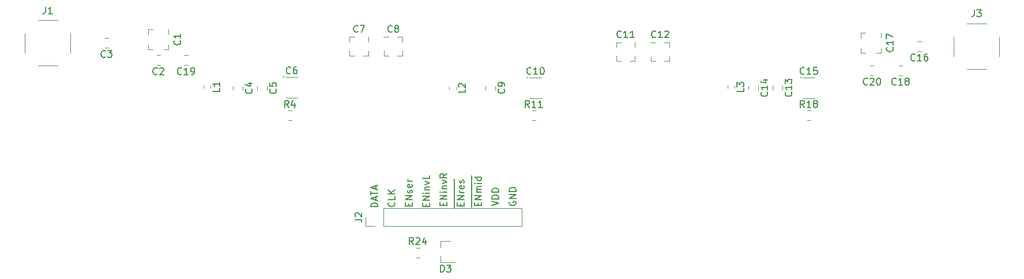
<source format=gbr>
G04 #@! TF.GenerationSoftware,KiCad,Pcbnew,5.0.2-bee76a0~70~ubuntu18.04.1*
G04 #@! TF.CreationDate,2019-03-15T15:47:03+02:00*
G04 #@! TF.ProjectId,bandpass_filter_design,62616e64-7061-4737-935f-66696c746572,rev?*
G04 #@! TF.SameCoordinates,Original*
G04 #@! TF.FileFunction,Legend,Top*
G04 #@! TF.FilePolarity,Positive*
%FSLAX46Y46*%
G04 Gerber Fmt 4.6, Leading zero omitted, Abs format (unit mm)*
G04 Created by KiCad (PCBNEW 5.0.2-bee76a0~70~ubuntu18.04.1) date Fri 15 Mar 2019 03:47:03 PM EET*
%MOMM*%
%LPD*%
G01*
G04 APERTURE LIST*
%ADD10C,0.200000*%
%ADD11C,0.060000*%
%ADD12C,0.120000*%
%ADD13C,0.150000*%
G04 APERTURE END LIST*
D10*
X139962000Y-104647904D02*
X139914380Y-104743142D01*
X139914380Y-104886000D01*
X139962000Y-105028857D01*
X140057238Y-105124095D01*
X140152476Y-105171714D01*
X140342952Y-105219333D01*
X140485809Y-105219333D01*
X140676285Y-105171714D01*
X140771523Y-105124095D01*
X140866761Y-105028857D01*
X140914380Y-104886000D01*
X140914380Y-104790761D01*
X140866761Y-104647904D01*
X140819142Y-104600285D01*
X140485809Y-104600285D01*
X140485809Y-104790761D01*
X140914380Y-104171714D02*
X139914380Y-104171714D01*
X140914380Y-103600285D01*
X139914380Y-103600285D01*
X140914380Y-103124095D02*
X139914380Y-103124095D01*
X139914380Y-102886000D01*
X139962000Y-102743142D01*
X140057238Y-102647904D01*
X140152476Y-102600285D01*
X140342952Y-102552666D01*
X140485809Y-102552666D01*
X140676285Y-102600285D01*
X140771523Y-102647904D01*
X140866761Y-102743142D01*
X140914380Y-102886000D01*
X140914380Y-103124095D01*
X137374380Y-105219333D02*
X138374380Y-104886000D01*
X137374380Y-104552666D01*
X138374380Y-104219333D02*
X137374380Y-104219333D01*
X137374380Y-103981238D01*
X137422000Y-103838380D01*
X137517238Y-103743142D01*
X137612476Y-103695523D01*
X137802952Y-103647904D01*
X137945809Y-103647904D01*
X138136285Y-103695523D01*
X138231523Y-103743142D01*
X138326761Y-103838380D01*
X138374380Y-103981238D01*
X138374380Y-104219333D01*
X138374380Y-103219333D02*
X137374380Y-103219333D01*
X137374380Y-102981238D01*
X137422000Y-102838380D01*
X137517238Y-102743142D01*
X137612476Y-102695523D01*
X137802952Y-102647904D01*
X137945809Y-102647904D01*
X138136285Y-102695523D01*
X138231523Y-102743142D01*
X138326761Y-102838380D01*
X138374380Y-102981238D01*
X138374380Y-103219333D01*
X134402000Y-105457333D02*
X134402000Y-104552571D01*
X135310571Y-105219238D02*
X135310571Y-104885904D01*
X135834380Y-104743047D02*
X135834380Y-105219238D01*
X134834380Y-105219238D01*
X134834380Y-104743047D01*
X134402000Y-104552571D02*
X134402000Y-103504952D01*
X135834380Y-104314476D02*
X134834380Y-104314476D01*
X135834380Y-103743047D01*
X134834380Y-103743047D01*
X134402000Y-103504952D02*
X134402000Y-102171619D01*
X135834380Y-103266857D02*
X135167714Y-103266857D01*
X135262952Y-103266857D02*
X135215333Y-103219238D01*
X135167714Y-103124000D01*
X135167714Y-102981142D01*
X135215333Y-102885904D01*
X135310571Y-102838285D01*
X135834380Y-102838285D01*
X135310571Y-102838285D02*
X135215333Y-102790666D01*
X135167714Y-102695428D01*
X135167714Y-102552571D01*
X135215333Y-102457333D01*
X135310571Y-102409714D01*
X135834380Y-102409714D01*
X134402000Y-102171619D02*
X134402000Y-101695428D01*
X135834380Y-101933523D02*
X135167714Y-101933523D01*
X134834380Y-101933523D02*
X134882000Y-101981142D01*
X134929619Y-101933523D01*
X134882000Y-101885904D01*
X134834380Y-101933523D01*
X134929619Y-101933523D01*
X134402000Y-101695428D02*
X134402000Y-100790666D01*
X135834380Y-101028761D02*
X134834380Y-101028761D01*
X135786761Y-101028761D02*
X135834380Y-101124000D01*
X135834380Y-101314476D01*
X135786761Y-101409714D01*
X135739142Y-101457333D01*
X135643904Y-101504952D01*
X135358190Y-101504952D01*
X135262952Y-101457333D01*
X135215333Y-101409714D01*
X135167714Y-101314476D01*
X135167714Y-101124000D01*
X135215333Y-101028761D01*
X131862000Y-105497047D02*
X131862000Y-104592285D01*
X132770571Y-105258952D02*
X132770571Y-104925619D01*
X133294380Y-104782761D02*
X133294380Y-105258952D01*
X132294380Y-105258952D01*
X132294380Y-104782761D01*
X131862000Y-104592285D02*
X131862000Y-103544666D01*
X133294380Y-104354190D02*
X132294380Y-104354190D01*
X133294380Y-103782761D01*
X132294380Y-103782761D01*
X131862000Y-103544666D02*
X131862000Y-102925619D01*
X133294380Y-103306571D02*
X132627714Y-103306571D01*
X132818190Y-103306571D02*
X132722952Y-103258952D01*
X132675333Y-103211333D01*
X132627714Y-103116095D01*
X132627714Y-103020857D01*
X131862000Y-102925619D02*
X131862000Y-102068476D01*
X133246761Y-102306571D02*
X133294380Y-102401809D01*
X133294380Y-102592285D01*
X133246761Y-102687523D01*
X133151523Y-102735142D01*
X132770571Y-102735142D01*
X132675333Y-102687523D01*
X132627714Y-102592285D01*
X132627714Y-102401809D01*
X132675333Y-102306571D01*
X132770571Y-102258952D01*
X132865809Y-102258952D01*
X132961047Y-102735142D01*
X131862000Y-102068476D02*
X131862000Y-101258952D01*
X133246761Y-101878000D02*
X133294380Y-101782761D01*
X133294380Y-101592285D01*
X133246761Y-101497047D01*
X133151523Y-101449428D01*
X133103904Y-101449428D01*
X133008666Y-101497047D01*
X132961047Y-101592285D01*
X132961047Y-101735142D01*
X132913428Y-101830380D01*
X132818190Y-101878000D01*
X132770571Y-101878000D01*
X132675333Y-101830380D01*
X132627714Y-101735142D01*
X132627714Y-101592285D01*
X132675333Y-101497047D01*
X130230571Y-105179523D02*
X130230571Y-104846190D01*
X130754380Y-104703333D02*
X130754380Y-105179523D01*
X129754380Y-105179523D01*
X129754380Y-104703333D01*
X130754380Y-104274761D02*
X129754380Y-104274761D01*
X130754380Y-103703333D01*
X129754380Y-103703333D01*
X130754380Y-103227142D02*
X130087714Y-103227142D01*
X129754380Y-103227142D02*
X129802000Y-103274761D01*
X129849619Y-103227142D01*
X129802000Y-103179523D01*
X129754380Y-103227142D01*
X129849619Y-103227142D01*
X130087714Y-102750952D02*
X130754380Y-102750952D01*
X130182952Y-102750952D02*
X130135333Y-102703333D01*
X130087714Y-102608095D01*
X130087714Y-102465238D01*
X130135333Y-102370000D01*
X130230571Y-102322380D01*
X130754380Y-102322380D01*
X130087714Y-101941428D02*
X130754380Y-101703333D01*
X130087714Y-101465238D01*
X130754380Y-100512857D02*
X130278190Y-100846190D01*
X130754380Y-101084285D02*
X129754380Y-101084285D01*
X129754380Y-100703333D01*
X129802000Y-100608095D01*
X129849619Y-100560476D01*
X129944857Y-100512857D01*
X130087714Y-100512857D01*
X130182952Y-100560476D01*
X130230571Y-100608095D01*
X130278190Y-100703333D01*
X130278190Y-101084285D01*
X127690571Y-105338285D02*
X127690571Y-105004952D01*
X128214380Y-104862095D02*
X128214380Y-105338285D01*
X127214380Y-105338285D01*
X127214380Y-104862095D01*
X128214380Y-104433523D02*
X127214380Y-104433523D01*
X128214380Y-103862095D01*
X127214380Y-103862095D01*
X128214380Y-103385904D02*
X127547714Y-103385904D01*
X127214380Y-103385904D02*
X127262000Y-103433523D01*
X127309619Y-103385904D01*
X127262000Y-103338285D01*
X127214380Y-103385904D01*
X127309619Y-103385904D01*
X127547714Y-102909714D02*
X128214380Y-102909714D01*
X127642952Y-102909714D02*
X127595333Y-102862095D01*
X127547714Y-102766857D01*
X127547714Y-102624000D01*
X127595333Y-102528761D01*
X127690571Y-102481142D01*
X128214380Y-102481142D01*
X127547714Y-102100190D02*
X128214380Y-101862095D01*
X127547714Y-101624000D01*
X128214380Y-100766857D02*
X128214380Y-101243047D01*
X127214380Y-101243047D01*
X125150571Y-105258952D02*
X125150571Y-104925619D01*
X125674380Y-104782761D02*
X125674380Y-105258952D01*
X124674380Y-105258952D01*
X124674380Y-104782761D01*
X125674380Y-104354190D02*
X124674380Y-104354190D01*
X125674380Y-103782761D01*
X124674380Y-103782761D01*
X125626761Y-103354190D02*
X125674380Y-103258952D01*
X125674380Y-103068476D01*
X125626761Y-102973238D01*
X125531523Y-102925619D01*
X125483904Y-102925619D01*
X125388666Y-102973238D01*
X125341047Y-103068476D01*
X125341047Y-103211333D01*
X125293428Y-103306571D01*
X125198190Y-103354190D01*
X125150571Y-103354190D01*
X125055333Y-103306571D01*
X125007714Y-103211333D01*
X125007714Y-103068476D01*
X125055333Y-102973238D01*
X125626761Y-102116095D02*
X125674380Y-102211333D01*
X125674380Y-102401809D01*
X125626761Y-102497047D01*
X125531523Y-102544666D01*
X125150571Y-102544666D01*
X125055333Y-102497047D01*
X125007714Y-102401809D01*
X125007714Y-102211333D01*
X125055333Y-102116095D01*
X125150571Y-102068476D01*
X125245809Y-102068476D01*
X125341047Y-102544666D01*
X125674380Y-101639904D02*
X125007714Y-101639904D01*
X125198190Y-101639904D02*
X125102952Y-101592285D01*
X125055333Y-101544666D01*
X125007714Y-101449428D01*
X125007714Y-101354190D01*
X123039142Y-104735238D02*
X123086761Y-104782857D01*
X123134380Y-104925714D01*
X123134380Y-105020952D01*
X123086761Y-105163809D01*
X122991523Y-105259047D01*
X122896285Y-105306666D01*
X122705809Y-105354285D01*
X122562952Y-105354285D01*
X122372476Y-105306666D01*
X122277238Y-105259047D01*
X122182000Y-105163809D01*
X122134380Y-105020952D01*
X122134380Y-104925714D01*
X122182000Y-104782857D01*
X122229619Y-104735238D01*
X123134380Y-103830476D02*
X123134380Y-104306666D01*
X122134380Y-104306666D01*
X123134380Y-103497142D02*
X122134380Y-103497142D01*
X123134380Y-102925714D02*
X122562952Y-103354285D01*
X122134380Y-102925714D02*
X122705809Y-103497142D01*
X120594380Y-105386000D02*
X119594380Y-105386000D01*
X119594380Y-105147904D01*
X119642000Y-105005047D01*
X119737238Y-104909809D01*
X119832476Y-104862190D01*
X120022952Y-104814571D01*
X120165809Y-104814571D01*
X120356285Y-104862190D01*
X120451523Y-104909809D01*
X120546761Y-105005047D01*
X120594380Y-105147904D01*
X120594380Y-105386000D01*
X120308666Y-104433619D02*
X120308666Y-103957428D01*
X120594380Y-104528857D02*
X119594380Y-104195523D01*
X120594380Y-103862190D01*
X119594380Y-103671714D02*
X119594380Y-103100285D01*
X120594380Y-103386000D02*
X119594380Y-103386000D01*
X120308666Y-102814571D02*
X120308666Y-102338380D01*
X120594380Y-102909809D02*
X119594380Y-102576476D01*
X120594380Y-102243142D01*
D11*
G04 #@! TO.C,C15*
X182794900Y-86372700D02*
G75*
G03X182794900Y-86372700I-80000J0D01*
G01*
D12*
X183016000Y-89444000D02*
X184776000Y-89444000D01*
X184776000Y-86374000D02*
X183016000Y-86374000D01*
D11*
G04 #@! TO.C,C10*
X142662900Y-86372700D02*
G75*
G03X142662900Y-86372700I-80000J0D01*
G01*
D12*
X142884000Y-89444000D02*
X144644000Y-89444000D01*
X144644000Y-86374000D02*
X142884000Y-86374000D01*
D11*
G04 #@! TO.C,C6*
X106878900Y-86306700D02*
G75*
G03X106878900Y-86306700I-80000J0D01*
G01*
D12*
X107100000Y-89378000D02*
X108860000Y-89378000D01*
X108860000Y-86308000D02*
X107100000Y-86308000D01*
G04 #@! TO.C,J1*
X68781000Y-79830000D02*
X68781000Y-82730000D01*
X75491000Y-79830000D02*
X75491000Y-82730000D01*
X70686000Y-84635000D02*
X73586000Y-84635000D01*
X70686000Y-77925000D02*
X73586000Y-77925000D01*
G04 #@! TO.C,J3*
X211889000Y-83238000D02*
X211889000Y-80338000D01*
X205179000Y-83238000D02*
X205179000Y-80338000D01*
X209984000Y-78433000D02*
X207084000Y-78433000D01*
X209984000Y-85143000D02*
X207084000Y-85143000D01*
G04 #@! TO.C,C11*
X158384900Y-83196600D02*
X158384900Y-83921600D01*
X158384900Y-83921600D02*
X157659900Y-83921600D01*
X155629000Y-81928800D02*
X155629000Y-81203800D01*
X155629000Y-81203800D02*
X156354000Y-81203800D01*
X155629000Y-83196600D02*
X155629000Y-83921600D01*
X155629000Y-83921600D02*
X156354000Y-83921600D01*
X158384900Y-81889600D02*
X158384900Y-81164600D01*
G04 #@! TO.C,C1*
X89890600Y-79973000D02*
X89890600Y-79248000D01*
X86893400Y-82245200D02*
X87618400Y-82245200D01*
X86893400Y-81520200D02*
X86893400Y-82245200D01*
X86893400Y-79273400D02*
X87618400Y-79273400D01*
X86893400Y-79998400D02*
X86893400Y-79273400D01*
X89879000Y-82245200D02*
X89154000Y-82245200D01*
X89879000Y-81520200D02*
X89879000Y-82245200D01*
G04 #@! TO.C,C2*
X88653252Y-84530000D02*
X88130748Y-84530000D01*
X88653252Y-83110000D02*
X88130748Y-83110000D01*
G04 #@! TO.C,C3*
X81042252Y-80570000D02*
X80519748Y-80570000D01*
X81042252Y-81990000D02*
X80519748Y-81990000D01*
G04 #@! TO.C,C4*
X100786000Y-87631748D02*
X100786000Y-88154252D01*
X99366000Y-87631748D02*
X99366000Y-88154252D01*
G04 #@! TO.C,C5*
X102922000Y-87631748D02*
X102922000Y-88154252D01*
X104342000Y-87631748D02*
X104342000Y-88154252D01*
G04 #@! TO.C,C7*
X119240300Y-81102200D02*
X119240300Y-80377200D01*
X116484400Y-83134200D02*
X117209400Y-83134200D01*
X116484400Y-82409200D02*
X116484400Y-83134200D01*
X116484400Y-80416400D02*
X117209400Y-80416400D01*
X116484400Y-81141400D02*
X116484400Y-80416400D01*
X119240300Y-83134200D02*
X118515300Y-83134200D01*
X119240300Y-82409200D02*
X119240300Y-83134200D01*
G04 #@! TO.C,C8*
X123506400Y-80403700D02*
X124231400Y-80403700D01*
X124231400Y-80403700D02*
X124231400Y-81128700D01*
X122238600Y-83159600D02*
X121513600Y-83159600D01*
X121513600Y-83159600D02*
X121513600Y-82434600D01*
X123506400Y-83159600D02*
X124231400Y-83159600D01*
X124231400Y-83159600D02*
X124231400Y-82434600D01*
X122199400Y-80403700D02*
X121474400Y-80403700D01*
G04 #@! TO.C,C9*
X136450000Y-87622748D02*
X136450000Y-88145252D01*
X137870000Y-87622748D02*
X137870000Y-88145252D01*
G04 #@! TO.C,C12*
X161394800Y-81191100D02*
X160669800Y-81191100D01*
X163426800Y-83947000D02*
X163426800Y-83222000D01*
X162701800Y-83947000D02*
X163426800Y-83947000D01*
X160709000Y-83947000D02*
X160709000Y-83222000D01*
X161434000Y-83947000D02*
X160709000Y-83947000D01*
X163426800Y-81191100D02*
X163426800Y-81916100D01*
X162701800Y-81191100D02*
X163426800Y-81191100D01*
G04 #@! TO.C,C13*
X178614000Y-87613748D02*
X178614000Y-88136252D01*
X180034000Y-87613748D02*
X180034000Y-88136252D01*
G04 #@! TO.C,C14*
X176478000Y-87613748D02*
X176478000Y-88136252D01*
X175058000Y-87613748D02*
X175058000Y-88136252D01*
G04 #@! TO.C,C16*
X200404252Y-81078000D02*
X199881748Y-81078000D01*
X200404252Y-82498000D02*
X199881748Y-82498000D01*
G04 #@! TO.C,C17*
X194527000Y-82028200D02*
X194527000Y-82753200D01*
X194527000Y-82753200D02*
X193802000Y-82753200D01*
X191541400Y-80506400D02*
X191541400Y-79781400D01*
X191541400Y-79781400D02*
X192266400Y-79781400D01*
X191541400Y-82028200D02*
X191541400Y-82753200D01*
X191541400Y-82753200D02*
X192266400Y-82753200D01*
X194538600Y-80481000D02*
X194538600Y-79756000D01*
G04 #@! TO.C,C18*
X197628252Y-84634000D02*
X197105748Y-84634000D01*
X197628252Y-86054000D02*
X197105748Y-86054000D01*
G04 #@! TO.C,J2*
X141792000Y-108264000D02*
X141792000Y-105604000D01*
X121412000Y-108264000D02*
X141792000Y-108264000D01*
X121412000Y-105604000D02*
X141792000Y-105604000D01*
X121412000Y-108264000D02*
X121412000Y-105604000D01*
X120142000Y-108264000D02*
X118812000Y-108264000D01*
X118812000Y-108264000D02*
X118812000Y-106934000D01*
G04 #@! TO.C,L1*
X96014000Y-87571733D02*
X96014000Y-87914267D01*
X94994000Y-87571733D02*
X94994000Y-87914267D01*
G04 #@! TO.C,L2*
X132082000Y-87712733D02*
X132082000Y-88055267D01*
X131062000Y-87712733D02*
X131062000Y-88055267D01*
G04 #@! TO.C,L3*
X172976000Y-87599733D02*
X172976000Y-87942267D01*
X171956000Y-87599733D02*
X171956000Y-87942267D01*
G04 #@! TO.C,R4*
X107443748Y-91238000D02*
X107966252Y-91238000D01*
X107443748Y-92658000D02*
X107966252Y-92658000D01*
G04 #@! TO.C,R11*
X143257748Y-92658000D02*
X143780252Y-92658000D01*
X143257748Y-91238000D02*
X143780252Y-91238000D01*
G04 #@! TO.C,R18*
X183643748Y-91238000D02*
X184166252Y-91238000D01*
X183643748Y-92658000D02*
X184166252Y-92658000D01*
G04 #@! TO.C,C19*
X92708252Y-84530000D02*
X92185748Y-84530000D01*
X92708252Y-83110000D02*
X92185748Y-83110000D01*
G04 #@! TO.C,C20*
X193444652Y-84634000D02*
X192922148Y-84634000D01*
X193444652Y-86054000D02*
X192922148Y-86054000D01*
G04 #@! TO.C,D3*
X129796000Y-110434000D02*
X131256000Y-110434000D01*
X129796000Y-113594000D02*
X131956000Y-113594000D01*
X129796000Y-113594000D02*
X129796000Y-112664000D01*
X129796000Y-110434000D02*
X129796000Y-111364000D01*
G04 #@! TO.C,R24*
X126230748Y-112851000D02*
X126753252Y-112851000D01*
X126230748Y-111431000D02*
X126753252Y-111431000D01*
G04 #@! TO.C,C15*
D13*
X183253142Y-85791142D02*
X183205523Y-85838761D01*
X183062666Y-85886380D01*
X182967428Y-85886380D01*
X182824571Y-85838761D01*
X182729333Y-85743523D01*
X182681714Y-85648285D01*
X182634095Y-85457809D01*
X182634095Y-85314952D01*
X182681714Y-85124476D01*
X182729333Y-85029238D01*
X182824571Y-84934000D01*
X182967428Y-84886380D01*
X183062666Y-84886380D01*
X183205523Y-84934000D01*
X183253142Y-84981619D01*
X184205523Y-85886380D02*
X183634095Y-85886380D01*
X183919809Y-85886380D02*
X183919809Y-84886380D01*
X183824571Y-85029238D01*
X183729333Y-85124476D01*
X183634095Y-85172095D01*
X185110285Y-84886380D02*
X184634095Y-84886380D01*
X184586476Y-85362571D01*
X184634095Y-85314952D01*
X184729333Y-85267333D01*
X184967428Y-85267333D01*
X185062666Y-85314952D01*
X185110285Y-85362571D01*
X185157904Y-85457809D01*
X185157904Y-85695904D01*
X185110285Y-85791142D01*
X185062666Y-85838761D01*
X184967428Y-85886380D01*
X184729333Y-85886380D01*
X184634095Y-85838761D01*
X184586476Y-85791142D01*
G04 #@! TO.C,C10*
X143121142Y-85791142D02*
X143073523Y-85838761D01*
X142930666Y-85886380D01*
X142835428Y-85886380D01*
X142692571Y-85838761D01*
X142597333Y-85743523D01*
X142549714Y-85648285D01*
X142502095Y-85457809D01*
X142502095Y-85314952D01*
X142549714Y-85124476D01*
X142597333Y-85029238D01*
X142692571Y-84934000D01*
X142835428Y-84886380D01*
X142930666Y-84886380D01*
X143073523Y-84934000D01*
X143121142Y-84981619D01*
X144073523Y-85886380D02*
X143502095Y-85886380D01*
X143787809Y-85886380D02*
X143787809Y-84886380D01*
X143692571Y-85029238D01*
X143597333Y-85124476D01*
X143502095Y-85172095D01*
X144692571Y-84886380D02*
X144787809Y-84886380D01*
X144883047Y-84934000D01*
X144930666Y-84981619D01*
X144978285Y-85076857D01*
X145025904Y-85267333D01*
X145025904Y-85505428D01*
X144978285Y-85695904D01*
X144930666Y-85791142D01*
X144883047Y-85838761D01*
X144787809Y-85886380D01*
X144692571Y-85886380D01*
X144597333Y-85838761D01*
X144549714Y-85791142D01*
X144502095Y-85695904D01*
X144454476Y-85505428D01*
X144454476Y-85267333D01*
X144502095Y-85076857D01*
X144549714Y-84981619D01*
X144597333Y-84934000D01*
X144692571Y-84886380D01*
G04 #@! TO.C,C6*
X107813333Y-85725142D02*
X107765714Y-85772761D01*
X107622857Y-85820380D01*
X107527619Y-85820380D01*
X107384761Y-85772761D01*
X107289523Y-85677523D01*
X107241904Y-85582285D01*
X107194285Y-85391809D01*
X107194285Y-85248952D01*
X107241904Y-85058476D01*
X107289523Y-84963238D01*
X107384761Y-84868000D01*
X107527619Y-84820380D01*
X107622857Y-84820380D01*
X107765714Y-84868000D01*
X107813333Y-84915619D01*
X108670476Y-84820380D02*
X108480000Y-84820380D01*
X108384761Y-84868000D01*
X108337142Y-84915619D01*
X108241904Y-85058476D01*
X108194285Y-85248952D01*
X108194285Y-85629904D01*
X108241904Y-85725142D01*
X108289523Y-85772761D01*
X108384761Y-85820380D01*
X108575238Y-85820380D01*
X108670476Y-85772761D01*
X108718095Y-85725142D01*
X108765714Y-85629904D01*
X108765714Y-85391809D01*
X108718095Y-85296571D01*
X108670476Y-85248952D01*
X108575238Y-85201333D01*
X108384761Y-85201333D01*
X108289523Y-85248952D01*
X108241904Y-85296571D01*
X108194285Y-85391809D01*
G04 #@! TO.C,J1*
X71802666Y-75982380D02*
X71802666Y-76696666D01*
X71755047Y-76839523D01*
X71659809Y-76934761D01*
X71516952Y-76982380D01*
X71421714Y-76982380D01*
X72802666Y-76982380D02*
X72231238Y-76982380D01*
X72516952Y-76982380D02*
X72516952Y-75982380D01*
X72421714Y-76125238D01*
X72326476Y-76220476D01*
X72231238Y-76268095D01*
G04 #@! TO.C,J3*
X208200666Y-76414380D02*
X208200666Y-77128666D01*
X208153047Y-77271523D01*
X208057809Y-77366761D01*
X207914952Y-77414380D01*
X207819714Y-77414380D01*
X208581619Y-76414380D02*
X209200666Y-76414380D01*
X208867333Y-76795333D01*
X209010190Y-76795333D01*
X209105428Y-76842952D01*
X209153047Y-76890571D01*
X209200666Y-76985809D01*
X209200666Y-77223904D01*
X209153047Y-77319142D01*
X209105428Y-77366761D01*
X209010190Y-77414380D01*
X208724476Y-77414380D01*
X208629238Y-77366761D01*
X208581619Y-77319142D01*
G04 #@! TO.C,C11*
X156357742Y-80392542D02*
X156310123Y-80440161D01*
X156167266Y-80487780D01*
X156072028Y-80487780D01*
X155929171Y-80440161D01*
X155833933Y-80344923D01*
X155786314Y-80249685D01*
X155738695Y-80059209D01*
X155738695Y-79916352D01*
X155786314Y-79725876D01*
X155833933Y-79630638D01*
X155929171Y-79535400D01*
X156072028Y-79487780D01*
X156167266Y-79487780D01*
X156310123Y-79535400D01*
X156357742Y-79583019D01*
X157310123Y-80487780D02*
X156738695Y-80487780D01*
X157024409Y-80487780D02*
X157024409Y-79487780D01*
X156929171Y-79630638D01*
X156833933Y-79725876D01*
X156738695Y-79773495D01*
X158262504Y-80487780D02*
X157691076Y-80487780D01*
X157976790Y-80487780D02*
X157976790Y-79487780D01*
X157881552Y-79630638D01*
X157786314Y-79725876D01*
X157691076Y-79773495D01*
G04 #@! TO.C,C1*
X91569142Y-80938666D02*
X91616761Y-80986285D01*
X91664380Y-81129142D01*
X91664380Y-81224380D01*
X91616761Y-81367238D01*
X91521523Y-81462476D01*
X91426285Y-81510095D01*
X91235809Y-81557714D01*
X91092952Y-81557714D01*
X90902476Y-81510095D01*
X90807238Y-81462476D01*
X90712000Y-81367238D01*
X90664380Y-81224380D01*
X90664380Y-81129142D01*
X90712000Y-80986285D01*
X90759619Y-80938666D01*
X91664380Y-79986285D02*
X91664380Y-80557714D01*
X91664380Y-80272000D02*
X90664380Y-80272000D01*
X90807238Y-80367238D01*
X90902476Y-80462476D01*
X90950095Y-80557714D01*
G04 #@! TO.C,C2*
X88225333Y-85827142D02*
X88177714Y-85874761D01*
X88034857Y-85922380D01*
X87939619Y-85922380D01*
X87796761Y-85874761D01*
X87701523Y-85779523D01*
X87653904Y-85684285D01*
X87606285Y-85493809D01*
X87606285Y-85350952D01*
X87653904Y-85160476D01*
X87701523Y-85065238D01*
X87796761Y-84970000D01*
X87939619Y-84922380D01*
X88034857Y-84922380D01*
X88177714Y-84970000D01*
X88225333Y-85017619D01*
X88606285Y-85017619D02*
X88653904Y-84970000D01*
X88749142Y-84922380D01*
X88987238Y-84922380D01*
X89082476Y-84970000D01*
X89130095Y-85017619D01*
X89177714Y-85112857D01*
X89177714Y-85208095D01*
X89130095Y-85350952D01*
X88558666Y-85922380D01*
X89177714Y-85922380D01*
G04 #@! TO.C,C3*
X80614333Y-83287142D02*
X80566714Y-83334761D01*
X80423857Y-83382380D01*
X80328619Y-83382380D01*
X80185761Y-83334761D01*
X80090523Y-83239523D01*
X80042904Y-83144285D01*
X79995285Y-82953809D01*
X79995285Y-82810952D01*
X80042904Y-82620476D01*
X80090523Y-82525238D01*
X80185761Y-82430000D01*
X80328619Y-82382380D01*
X80423857Y-82382380D01*
X80566714Y-82430000D01*
X80614333Y-82477619D01*
X80947666Y-82382380D02*
X81566714Y-82382380D01*
X81233380Y-82763333D01*
X81376238Y-82763333D01*
X81471476Y-82810952D01*
X81519095Y-82858571D01*
X81566714Y-82953809D01*
X81566714Y-83191904D01*
X81519095Y-83287142D01*
X81471476Y-83334761D01*
X81376238Y-83382380D01*
X81090523Y-83382380D01*
X80995285Y-83334761D01*
X80947666Y-83287142D01*
G04 #@! TO.C,C4*
X102083142Y-88059666D02*
X102130761Y-88107285D01*
X102178380Y-88250142D01*
X102178380Y-88345380D01*
X102130761Y-88488238D01*
X102035523Y-88583476D01*
X101940285Y-88631095D01*
X101749809Y-88678714D01*
X101606952Y-88678714D01*
X101416476Y-88631095D01*
X101321238Y-88583476D01*
X101226000Y-88488238D01*
X101178380Y-88345380D01*
X101178380Y-88250142D01*
X101226000Y-88107285D01*
X101273619Y-88059666D01*
X101511714Y-87202523D02*
X102178380Y-87202523D01*
X101130761Y-87440619D02*
X101845047Y-87678714D01*
X101845047Y-87059666D01*
G04 #@! TO.C,C5*
X105639142Y-88059666D02*
X105686761Y-88107285D01*
X105734380Y-88250142D01*
X105734380Y-88345380D01*
X105686761Y-88488238D01*
X105591523Y-88583476D01*
X105496285Y-88631095D01*
X105305809Y-88678714D01*
X105162952Y-88678714D01*
X104972476Y-88631095D01*
X104877238Y-88583476D01*
X104782000Y-88488238D01*
X104734380Y-88345380D01*
X104734380Y-88250142D01*
X104782000Y-88107285D01*
X104829619Y-88059666D01*
X104734380Y-87154904D02*
X104734380Y-87631095D01*
X105210571Y-87678714D01*
X105162952Y-87631095D01*
X105115333Y-87535857D01*
X105115333Y-87297761D01*
X105162952Y-87202523D01*
X105210571Y-87154904D01*
X105305809Y-87107285D01*
X105543904Y-87107285D01*
X105639142Y-87154904D01*
X105686761Y-87202523D01*
X105734380Y-87297761D01*
X105734380Y-87535857D01*
X105686761Y-87631095D01*
X105639142Y-87678714D01*
G04 #@! TO.C,C7*
X117689333Y-79605142D02*
X117641714Y-79652761D01*
X117498857Y-79700380D01*
X117403619Y-79700380D01*
X117260761Y-79652761D01*
X117165523Y-79557523D01*
X117117904Y-79462285D01*
X117070285Y-79271809D01*
X117070285Y-79128952D01*
X117117904Y-78938476D01*
X117165523Y-78843238D01*
X117260761Y-78748000D01*
X117403619Y-78700380D01*
X117498857Y-78700380D01*
X117641714Y-78748000D01*
X117689333Y-78795619D01*
X118022666Y-78700380D02*
X118689333Y-78700380D01*
X118260761Y-79700380D01*
G04 #@! TO.C,C8*
X122718533Y-79605142D02*
X122670914Y-79652761D01*
X122528057Y-79700380D01*
X122432819Y-79700380D01*
X122289961Y-79652761D01*
X122194723Y-79557523D01*
X122147104Y-79462285D01*
X122099485Y-79271809D01*
X122099485Y-79128952D01*
X122147104Y-78938476D01*
X122194723Y-78843238D01*
X122289961Y-78748000D01*
X122432819Y-78700380D01*
X122528057Y-78700380D01*
X122670914Y-78748000D01*
X122718533Y-78795619D01*
X123289961Y-79128952D02*
X123194723Y-79081333D01*
X123147104Y-79033714D01*
X123099485Y-78938476D01*
X123099485Y-78890857D01*
X123147104Y-78795619D01*
X123194723Y-78748000D01*
X123289961Y-78700380D01*
X123480438Y-78700380D01*
X123575676Y-78748000D01*
X123623295Y-78795619D01*
X123670914Y-78890857D01*
X123670914Y-78938476D01*
X123623295Y-79033714D01*
X123575676Y-79081333D01*
X123480438Y-79128952D01*
X123289961Y-79128952D01*
X123194723Y-79176571D01*
X123147104Y-79224190D01*
X123099485Y-79319428D01*
X123099485Y-79509904D01*
X123147104Y-79605142D01*
X123194723Y-79652761D01*
X123289961Y-79700380D01*
X123480438Y-79700380D01*
X123575676Y-79652761D01*
X123623295Y-79605142D01*
X123670914Y-79509904D01*
X123670914Y-79319428D01*
X123623295Y-79224190D01*
X123575676Y-79176571D01*
X123480438Y-79128952D01*
G04 #@! TO.C,C9*
X139167142Y-88050666D02*
X139214761Y-88098285D01*
X139262380Y-88241142D01*
X139262380Y-88336380D01*
X139214761Y-88479238D01*
X139119523Y-88574476D01*
X139024285Y-88622095D01*
X138833809Y-88669714D01*
X138690952Y-88669714D01*
X138500476Y-88622095D01*
X138405238Y-88574476D01*
X138310000Y-88479238D01*
X138262380Y-88336380D01*
X138262380Y-88241142D01*
X138310000Y-88098285D01*
X138357619Y-88050666D01*
X139262380Y-87574476D02*
X139262380Y-87384000D01*
X139214761Y-87288761D01*
X139167142Y-87241142D01*
X139024285Y-87145904D01*
X138833809Y-87098285D01*
X138452857Y-87098285D01*
X138357619Y-87145904D01*
X138310000Y-87193523D01*
X138262380Y-87288761D01*
X138262380Y-87479238D01*
X138310000Y-87574476D01*
X138357619Y-87622095D01*
X138452857Y-87669714D01*
X138690952Y-87669714D01*
X138786190Y-87622095D01*
X138833809Y-87574476D01*
X138881428Y-87479238D01*
X138881428Y-87288761D01*
X138833809Y-87193523D01*
X138786190Y-87145904D01*
X138690952Y-87098285D01*
G04 #@! TO.C,C12*
X161437742Y-80392542D02*
X161390123Y-80440161D01*
X161247266Y-80487780D01*
X161152028Y-80487780D01*
X161009171Y-80440161D01*
X160913933Y-80344923D01*
X160866314Y-80249685D01*
X160818695Y-80059209D01*
X160818695Y-79916352D01*
X160866314Y-79725876D01*
X160913933Y-79630638D01*
X161009171Y-79535400D01*
X161152028Y-79487780D01*
X161247266Y-79487780D01*
X161390123Y-79535400D01*
X161437742Y-79583019D01*
X162390123Y-80487780D02*
X161818695Y-80487780D01*
X162104409Y-80487780D02*
X162104409Y-79487780D01*
X162009171Y-79630638D01*
X161913933Y-79725876D01*
X161818695Y-79773495D01*
X162771076Y-79583019D02*
X162818695Y-79535400D01*
X162913933Y-79487780D01*
X163152028Y-79487780D01*
X163247266Y-79535400D01*
X163294885Y-79583019D01*
X163342504Y-79678257D01*
X163342504Y-79773495D01*
X163294885Y-79916352D01*
X162723457Y-80487780D01*
X163342504Y-80487780D01*
G04 #@! TO.C,C13*
X181331142Y-88517857D02*
X181378761Y-88565476D01*
X181426380Y-88708333D01*
X181426380Y-88803571D01*
X181378761Y-88946428D01*
X181283523Y-89041666D01*
X181188285Y-89089285D01*
X180997809Y-89136904D01*
X180854952Y-89136904D01*
X180664476Y-89089285D01*
X180569238Y-89041666D01*
X180474000Y-88946428D01*
X180426380Y-88803571D01*
X180426380Y-88708333D01*
X180474000Y-88565476D01*
X180521619Y-88517857D01*
X181426380Y-87565476D02*
X181426380Y-88136904D01*
X181426380Y-87851190D02*
X180426380Y-87851190D01*
X180569238Y-87946428D01*
X180664476Y-88041666D01*
X180712095Y-88136904D01*
X180426380Y-87232142D02*
X180426380Y-86613095D01*
X180807333Y-86946428D01*
X180807333Y-86803571D01*
X180854952Y-86708333D01*
X180902571Y-86660714D01*
X180997809Y-86613095D01*
X181235904Y-86613095D01*
X181331142Y-86660714D01*
X181378761Y-86708333D01*
X181426380Y-86803571D01*
X181426380Y-87089285D01*
X181378761Y-87184523D01*
X181331142Y-87232142D01*
G04 #@! TO.C,C14*
X177775142Y-88517857D02*
X177822761Y-88565476D01*
X177870380Y-88708333D01*
X177870380Y-88803571D01*
X177822761Y-88946428D01*
X177727523Y-89041666D01*
X177632285Y-89089285D01*
X177441809Y-89136904D01*
X177298952Y-89136904D01*
X177108476Y-89089285D01*
X177013238Y-89041666D01*
X176918000Y-88946428D01*
X176870380Y-88803571D01*
X176870380Y-88708333D01*
X176918000Y-88565476D01*
X176965619Y-88517857D01*
X177870380Y-87565476D02*
X177870380Y-88136904D01*
X177870380Y-87851190D02*
X176870380Y-87851190D01*
X177013238Y-87946428D01*
X177108476Y-88041666D01*
X177156095Y-88136904D01*
X177203714Y-86708333D02*
X177870380Y-86708333D01*
X176822761Y-86946428D02*
X177537047Y-87184523D01*
X177537047Y-86565476D01*
G04 #@! TO.C,C16*
X199500142Y-83795142D02*
X199452523Y-83842761D01*
X199309666Y-83890380D01*
X199214428Y-83890380D01*
X199071571Y-83842761D01*
X198976333Y-83747523D01*
X198928714Y-83652285D01*
X198881095Y-83461809D01*
X198881095Y-83318952D01*
X198928714Y-83128476D01*
X198976333Y-83033238D01*
X199071571Y-82938000D01*
X199214428Y-82890380D01*
X199309666Y-82890380D01*
X199452523Y-82938000D01*
X199500142Y-82985619D01*
X200452523Y-83890380D02*
X199881095Y-83890380D01*
X200166809Y-83890380D02*
X200166809Y-82890380D01*
X200071571Y-83033238D01*
X199976333Y-83128476D01*
X199881095Y-83176095D01*
X201309666Y-82890380D02*
X201119190Y-82890380D01*
X201023952Y-82938000D01*
X200976333Y-82985619D01*
X200881095Y-83128476D01*
X200833476Y-83318952D01*
X200833476Y-83699904D01*
X200881095Y-83795142D01*
X200928714Y-83842761D01*
X201023952Y-83890380D01*
X201214428Y-83890380D01*
X201309666Y-83842761D01*
X201357285Y-83795142D01*
X201404904Y-83699904D01*
X201404904Y-83461809D01*
X201357285Y-83366571D01*
X201309666Y-83318952D01*
X201214428Y-83271333D01*
X201023952Y-83271333D01*
X200928714Y-83318952D01*
X200881095Y-83366571D01*
X200833476Y-83461809D01*
G04 #@! TO.C,C17*
X196217142Y-81922857D02*
X196264761Y-81970476D01*
X196312380Y-82113333D01*
X196312380Y-82208571D01*
X196264761Y-82351428D01*
X196169523Y-82446666D01*
X196074285Y-82494285D01*
X195883809Y-82541904D01*
X195740952Y-82541904D01*
X195550476Y-82494285D01*
X195455238Y-82446666D01*
X195360000Y-82351428D01*
X195312380Y-82208571D01*
X195312380Y-82113333D01*
X195360000Y-81970476D01*
X195407619Y-81922857D01*
X196312380Y-80970476D02*
X196312380Y-81541904D01*
X196312380Y-81256190D02*
X195312380Y-81256190D01*
X195455238Y-81351428D01*
X195550476Y-81446666D01*
X195598095Y-81541904D01*
X195312380Y-80637142D02*
X195312380Y-79970476D01*
X196312380Y-80399047D01*
G04 #@! TO.C,C18*
X196724142Y-87351142D02*
X196676523Y-87398761D01*
X196533666Y-87446380D01*
X196438428Y-87446380D01*
X196295571Y-87398761D01*
X196200333Y-87303523D01*
X196152714Y-87208285D01*
X196105095Y-87017809D01*
X196105095Y-86874952D01*
X196152714Y-86684476D01*
X196200333Y-86589238D01*
X196295571Y-86494000D01*
X196438428Y-86446380D01*
X196533666Y-86446380D01*
X196676523Y-86494000D01*
X196724142Y-86541619D01*
X197676523Y-87446380D02*
X197105095Y-87446380D01*
X197390809Y-87446380D02*
X197390809Y-86446380D01*
X197295571Y-86589238D01*
X197200333Y-86684476D01*
X197105095Y-86732095D01*
X198247952Y-86874952D02*
X198152714Y-86827333D01*
X198105095Y-86779714D01*
X198057476Y-86684476D01*
X198057476Y-86636857D01*
X198105095Y-86541619D01*
X198152714Y-86494000D01*
X198247952Y-86446380D01*
X198438428Y-86446380D01*
X198533666Y-86494000D01*
X198581285Y-86541619D01*
X198628904Y-86636857D01*
X198628904Y-86684476D01*
X198581285Y-86779714D01*
X198533666Y-86827333D01*
X198438428Y-86874952D01*
X198247952Y-86874952D01*
X198152714Y-86922571D01*
X198105095Y-86970190D01*
X198057476Y-87065428D01*
X198057476Y-87255904D01*
X198105095Y-87351142D01*
X198152714Y-87398761D01*
X198247952Y-87446380D01*
X198438428Y-87446380D01*
X198533666Y-87398761D01*
X198581285Y-87351142D01*
X198628904Y-87255904D01*
X198628904Y-87065428D01*
X198581285Y-86970190D01*
X198533666Y-86922571D01*
X198438428Y-86874952D01*
G04 #@! TO.C,J2*
X117264380Y-107267333D02*
X117978666Y-107267333D01*
X118121523Y-107314952D01*
X118216761Y-107410190D01*
X118264380Y-107553047D01*
X118264380Y-107648285D01*
X117359619Y-106838761D02*
X117312000Y-106791142D01*
X117264380Y-106695904D01*
X117264380Y-106457809D01*
X117312000Y-106362571D01*
X117359619Y-106314952D01*
X117454857Y-106267333D01*
X117550095Y-106267333D01*
X117692952Y-106314952D01*
X118264380Y-106886380D01*
X118264380Y-106267333D01*
G04 #@! TO.C,L1*
X97386380Y-87909666D02*
X97386380Y-88385857D01*
X96386380Y-88385857D01*
X97386380Y-87052523D02*
X97386380Y-87623952D01*
X97386380Y-87338238D02*
X96386380Y-87338238D01*
X96529238Y-87433476D01*
X96624476Y-87528714D01*
X96672095Y-87623952D01*
G04 #@! TO.C,L2*
X133454380Y-88050666D02*
X133454380Y-88526857D01*
X132454380Y-88526857D01*
X132549619Y-87764952D02*
X132502000Y-87717333D01*
X132454380Y-87622095D01*
X132454380Y-87384000D01*
X132502000Y-87288761D01*
X132549619Y-87241142D01*
X132644857Y-87193523D01*
X132740095Y-87193523D01*
X132882952Y-87241142D01*
X133454380Y-87812571D01*
X133454380Y-87193523D01*
G04 #@! TO.C,L3*
X174348380Y-87937666D02*
X174348380Y-88413857D01*
X173348380Y-88413857D01*
X173348380Y-87699571D02*
X173348380Y-87080523D01*
X173729333Y-87413857D01*
X173729333Y-87271000D01*
X173776952Y-87175761D01*
X173824571Y-87128142D01*
X173919809Y-87080523D01*
X174157904Y-87080523D01*
X174253142Y-87128142D01*
X174300761Y-87175761D01*
X174348380Y-87271000D01*
X174348380Y-87556714D01*
X174300761Y-87651952D01*
X174253142Y-87699571D01*
G04 #@! TO.C,R4*
X107538333Y-90750380D02*
X107205000Y-90274190D01*
X106966904Y-90750380D02*
X106966904Y-89750380D01*
X107347857Y-89750380D01*
X107443095Y-89798000D01*
X107490714Y-89845619D01*
X107538333Y-89940857D01*
X107538333Y-90083714D01*
X107490714Y-90178952D01*
X107443095Y-90226571D01*
X107347857Y-90274190D01*
X106966904Y-90274190D01*
X108395476Y-90083714D02*
X108395476Y-90750380D01*
X108157380Y-89702761D02*
X107919285Y-90417047D01*
X108538333Y-90417047D01*
G04 #@! TO.C,R11*
X142876142Y-90750380D02*
X142542809Y-90274190D01*
X142304714Y-90750380D02*
X142304714Y-89750380D01*
X142685666Y-89750380D01*
X142780904Y-89798000D01*
X142828523Y-89845619D01*
X142876142Y-89940857D01*
X142876142Y-90083714D01*
X142828523Y-90178952D01*
X142780904Y-90226571D01*
X142685666Y-90274190D01*
X142304714Y-90274190D01*
X143828523Y-90750380D02*
X143257095Y-90750380D01*
X143542809Y-90750380D02*
X143542809Y-89750380D01*
X143447571Y-89893238D01*
X143352333Y-89988476D01*
X143257095Y-90036095D01*
X144780904Y-90750380D02*
X144209476Y-90750380D01*
X144495190Y-90750380D02*
X144495190Y-89750380D01*
X144399952Y-89893238D01*
X144304714Y-89988476D01*
X144209476Y-90036095D01*
G04 #@! TO.C,R18*
X183262142Y-90750380D02*
X182928809Y-90274190D01*
X182690714Y-90750380D02*
X182690714Y-89750380D01*
X183071666Y-89750380D01*
X183166904Y-89798000D01*
X183214523Y-89845619D01*
X183262142Y-89940857D01*
X183262142Y-90083714D01*
X183214523Y-90178952D01*
X183166904Y-90226571D01*
X183071666Y-90274190D01*
X182690714Y-90274190D01*
X184214523Y-90750380D02*
X183643095Y-90750380D01*
X183928809Y-90750380D02*
X183928809Y-89750380D01*
X183833571Y-89893238D01*
X183738333Y-89988476D01*
X183643095Y-90036095D01*
X184785952Y-90178952D02*
X184690714Y-90131333D01*
X184643095Y-90083714D01*
X184595476Y-89988476D01*
X184595476Y-89940857D01*
X184643095Y-89845619D01*
X184690714Y-89798000D01*
X184785952Y-89750380D01*
X184976428Y-89750380D01*
X185071666Y-89798000D01*
X185119285Y-89845619D01*
X185166904Y-89940857D01*
X185166904Y-89988476D01*
X185119285Y-90083714D01*
X185071666Y-90131333D01*
X184976428Y-90178952D01*
X184785952Y-90178952D01*
X184690714Y-90226571D01*
X184643095Y-90274190D01*
X184595476Y-90369428D01*
X184595476Y-90559904D01*
X184643095Y-90655142D01*
X184690714Y-90702761D01*
X184785952Y-90750380D01*
X184976428Y-90750380D01*
X185071666Y-90702761D01*
X185119285Y-90655142D01*
X185166904Y-90559904D01*
X185166904Y-90369428D01*
X185119285Y-90274190D01*
X185071666Y-90226571D01*
X184976428Y-90178952D01*
G04 #@! TO.C,C19*
X91804142Y-85827142D02*
X91756523Y-85874761D01*
X91613666Y-85922380D01*
X91518428Y-85922380D01*
X91375571Y-85874761D01*
X91280333Y-85779523D01*
X91232714Y-85684285D01*
X91185095Y-85493809D01*
X91185095Y-85350952D01*
X91232714Y-85160476D01*
X91280333Y-85065238D01*
X91375571Y-84970000D01*
X91518428Y-84922380D01*
X91613666Y-84922380D01*
X91756523Y-84970000D01*
X91804142Y-85017619D01*
X92756523Y-85922380D02*
X92185095Y-85922380D01*
X92470809Y-85922380D02*
X92470809Y-84922380D01*
X92375571Y-85065238D01*
X92280333Y-85160476D01*
X92185095Y-85208095D01*
X93232714Y-85922380D02*
X93423190Y-85922380D01*
X93518428Y-85874761D01*
X93566047Y-85827142D01*
X93661285Y-85684285D01*
X93708904Y-85493809D01*
X93708904Y-85112857D01*
X93661285Y-85017619D01*
X93613666Y-84970000D01*
X93518428Y-84922380D01*
X93327952Y-84922380D01*
X93232714Y-84970000D01*
X93185095Y-85017619D01*
X93137476Y-85112857D01*
X93137476Y-85350952D01*
X93185095Y-85446190D01*
X93232714Y-85493809D01*
X93327952Y-85541428D01*
X93518428Y-85541428D01*
X93613666Y-85493809D01*
X93661285Y-85446190D01*
X93708904Y-85350952D01*
G04 #@! TO.C,C20*
X192540542Y-87351142D02*
X192492923Y-87398761D01*
X192350066Y-87446380D01*
X192254828Y-87446380D01*
X192111971Y-87398761D01*
X192016733Y-87303523D01*
X191969114Y-87208285D01*
X191921495Y-87017809D01*
X191921495Y-86874952D01*
X191969114Y-86684476D01*
X192016733Y-86589238D01*
X192111971Y-86494000D01*
X192254828Y-86446380D01*
X192350066Y-86446380D01*
X192492923Y-86494000D01*
X192540542Y-86541619D01*
X192921495Y-86541619D02*
X192969114Y-86494000D01*
X193064352Y-86446380D01*
X193302447Y-86446380D01*
X193397685Y-86494000D01*
X193445304Y-86541619D01*
X193492923Y-86636857D01*
X193492923Y-86732095D01*
X193445304Y-86874952D01*
X192873876Y-87446380D01*
X193492923Y-87446380D01*
X194111971Y-86446380D02*
X194207209Y-86446380D01*
X194302447Y-86494000D01*
X194350066Y-86541619D01*
X194397685Y-86636857D01*
X194445304Y-86827333D01*
X194445304Y-87065428D01*
X194397685Y-87255904D01*
X194350066Y-87351142D01*
X194302447Y-87398761D01*
X194207209Y-87446380D01*
X194111971Y-87446380D01*
X194016733Y-87398761D01*
X193969114Y-87351142D01*
X193921495Y-87255904D01*
X193873876Y-87065428D01*
X193873876Y-86827333D01*
X193921495Y-86636857D01*
X193969114Y-86541619D01*
X194016733Y-86494000D01*
X194111971Y-86446380D01*
G04 #@! TO.C,D3*
X129817904Y-114966380D02*
X129817904Y-113966380D01*
X130056000Y-113966380D01*
X130198857Y-114014000D01*
X130294095Y-114109238D01*
X130341714Y-114204476D01*
X130389333Y-114394952D01*
X130389333Y-114537809D01*
X130341714Y-114728285D01*
X130294095Y-114823523D01*
X130198857Y-114918761D01*
X130056000Y-114966380D01*
X129817904Y-114966380D01*
X130722666Y-113966380D02*
X131341714Y-113966380D01*
X131008380Y-114347333D01*
X131151238Y-114347333D01*
X131246476Y-114394952D01*
X131294095Y-114442571D01*
X131341714Y-114537809D01*
X131341714Y-114775904D01*
X131294095Y-114871142D01*
X131246476Y-114918761D01*
X131151238Y-114966380D01*
X130865523Y-114966380D01*
X130770285Y-114918761D01*
X130722666Y-114871142D01*
G04 #@! TO.C,R24*
X125849142Y-110943380D02*
X125515809Y-110467190D01*
X125277714Y-110943380D02*
X125277714Y-109943380D01*
X125658666Y-109943380D01*
X125753904Y-109991000D01*
X125801523Y-110038619D01*
X125849142Y-110133857D01*
X125849142Y-110276714D01*
X125801523Y-110371952D01*
X125753904Y-110419571D01*
X125658666Y-110467190D01*
X125277714Y-110467190D01*
X126230095Y-110038619D02*
X126277714Y-109991000D01*
X126372952Y-109943380D01*
X126611047Y-109943380D01*
X126706285Y-109991000D01*
X126753904Y-110038619D01*
X126801523Y-110133857D01*
X126801523Y-110229095D01*
X126753904Y-110371952D01*
X126182476Y-110943380D01*
X126801523Y-110943380D01*
X127658666Y-110276714D02*
X127658666Y-110943380D01*
X127420571Y-109895761D02*
X127182476Y-110610047D01*
X127801523Y-110610047D01*
G04 #@! TD*
M02*

</source>
